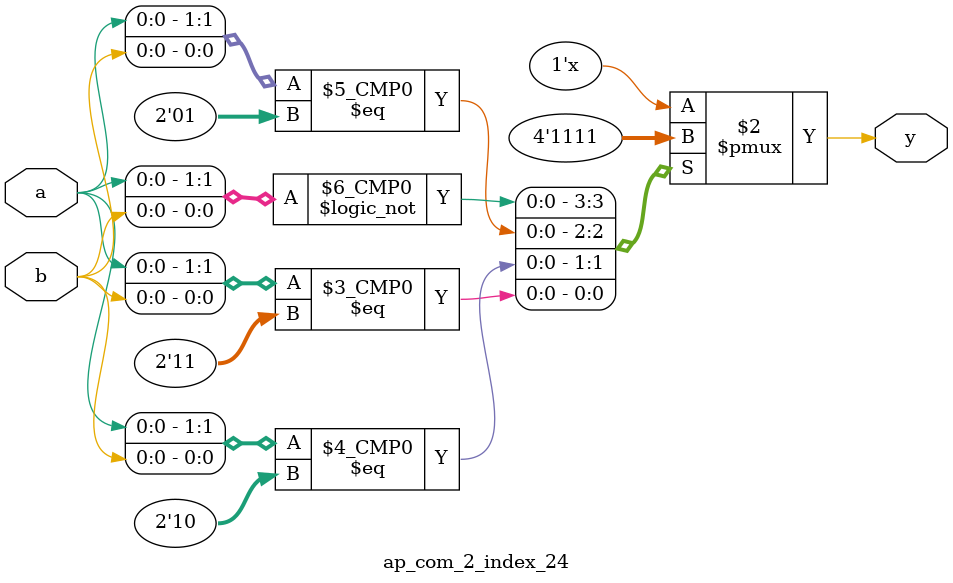
<source format=v>
module ap_com_4_index_0(
	input wire a,
	input wire b,
	input wire c,
	input wire d,
	output reg y
);

always @(*) begin
	case({a, b, c, d})
		4'b0000: y = 0;
		4'b0001: y = 0;
		4'b0010: y = 0;
		4'b0011: y = 0;
		4'b0100: y = 0;
		4'b0101: y = 1;
		4'b0110: y = 0;
		4'b0111: y = 1;
		4'b1000: y = 0;
		4'b1001: y = 0;
		4'b1010: y = 1;
		4'b1011: y = 0;
		4'b1100: y = 0;
		4'b1101: y = 0;
		4'b1110: y = 1;
		4'b1111: y = 0;
		default:;
	endcase
end

endmodule


module ap_com_4_index_1(
	input wire a,
	input wire b,
	input wire c,
	input wire d,
	output reg y
);

always @(*) begin
	case({a, b, c, d})
		4'b0000: y = 0;
		4'b0001: y = 1;
		4'b0010: y = 0;
		4'b0011: y = 1;
		4'b0100: y = 1;
		4'b0101: y = 0;
		4'b0110: y = 0;
		4'b0111: y = 0;
		4'b1000: y = 0;
		4'b1001: y = 1;
		4'b1010: y = 0;
		4'b1011: y = 1;
		4'b1100: y = 1;
		4'b1101: y = 1;
		4'b1110: y = 0;
		4'b1111: y = 1;
		default:;
	endcase
end

endmodule


module ap_com_2_index_2(
	input wire a,
	input wire b,
	output reg y
);

always @(*) begin
	case({a, b})
		2'b00: y = 1;
		2'b01: y = 1;
		2'b10: y = 1;
		2'b11: y = 1;
		default:;
	endcase
end

endmodule


module ap_com_3_index_3(
	input wire a,
	input wire b,
	input wire c,
	output reg y
);

always @(*) begin
	case({a, b, c})
		3'b000: y = 1;
		3'b001: y = 1;
		3'b010: y = 0;
		3'b011: y = 0;
		3'b100: y = 1;
		3'b101: y = 1;
		3'b110: y = 0;
		3'b111: y = 0;
		default:;
	endcase
end

endmodule


module ap_com_4_index_4(
	input wire a,
	input wire b,
	input wire c,
	input wire d,
	output reg y
);

always @(*) begin
	case({a, b, c, d})
		4'b0000: y = 0;
		4'b0001: y = 0;
		4'b0010: y = 0;
		4'b0011: y = 1;
		4'b0100: y = 0;
		4'b0101: y = 0;
		4'b0110: y = 0;
		4'b0111: y = 0;
		4'b1000: y = 1;
		4'b1001: y = 1;
		4'b1010: y = 1;
		4'b1011: y = 0;
		4'b1100: y = 0;
		4'b1101: y = 0;
		4'b1110: y = 0;
		4'b1111: y = 0;
		default:;
	endcase
end

endmodule


module ap_com_4_index_5(
	input wire a,
	input wire b,
	input wire c,
	input wire d,
	output reg y
);

always @(*) begin
	case({a, b, c, d})
		4'b0000: y = 1;
		4'b0001: y = 1;
		4'b0010: y = 1;
		4'b0011: y = 1;
		4'b0100: y = 1;
		4'b0101: y = 0;
		4'b0110: y = 0;
		4'b0111: y = 0;
		4'b1000: y = 1;
		4'b1001: y = 0;
		4'b1010: y = 1;
		4'b1011: y = 0;
		4'b1100: y = 0;
		4'b1101: y = 1;
		4'b1110: y = 0;
		4'b1111: y = 0;
		default:;
	endcase
end

endmodule


module ap_com_2_index_6(
	input wire a,
	input wire b,
	output reg y
);

always @(*) begin
	case({a, b})
		2'b00: y = 0;
		2'b01: y = 0;
		2'b10: y = 0;
		2'b11: y = 0;
		default:;
	endcase
end

endmodule


module ap_com_4_index_7(
	input wire a,
	input wire b,
	input wire c,
	input wire d,
	output reg y
);

always @(*) begin
	case({a, b, c, d})
		4'b0000: y = 0;
		4'b0001: y = 1;
		4'b0010: y = 0;
		4'b0011: y = 0;
		4'b0100: y = 1;
		4'b0101: y = 1;
		4'b0110: y = 1;
		4'b0111: y = 0;
		4'b1000: y = 0;
		4'b1001: y = 1;
		4'b1010: y = 0;
		4'b1011: y = 0;
		4'b1100: y = 1;
		4'b1101: y = 1;
		4'b1110: y = 0;
		4'b1111: y = 0;
		default:;
	endcase
end

endmodule


module ap_com_4_index_8(
	input wire a,
	input wire b,
	input wire c,
	input wire d,
	output reg y
);

always @(*) begin
	case({a, b, c, d})
		4'b0000: y = 0;
		4'b0001: y = 1;
		4'b0010: y = 1;
		4'b0011: y = 1;
		4'b0100: y = 0;
		4'b0101: y = 1;
		4'b0110: y = 1;
		4'b0111: y = 1;
		4'b1000: y = 0;
		4'b1001: y = 0;
		4'b1010: y = 0;
		4'b1011: y = 0;
		4'b1100: y = 0;
		4'b1101: y = 1;
		4'b1110: y = 1;
		4'b1111: y = 1;
		default:;
	endcase
end

endmodule


module ap_com_4_index_9(
	input wire a,
	input wire b,
	input wire c,
	input wire d,
	output reg y
);

always @(*) begin
	case({a, b, c, d})
		4'b0000: y = 1;
		4'b0001: y = 1;
		4'b0010: y = 1;
		4'b0011: y = 0;
		4'b0100: y = 0;
		4'b0101: y = 1;
		4'b0110: y = 1;
		4'b0111: y = 0;
		4'b1000: y = 0;
		4'b1001: y = 1;
		4'b1010: y = 1;
		4'b1011: y = 1;
		4'b1100: y = 0;
		4'b1101: y = 0;
		4'b1110: y = 1;
		4'b1111: y = 0;
		default:;
	endcase
end

endmodule


module ap_com_4_index_10(
	input wire a,
	input wire b,
	input wire c,
	input wire d,
	output reg y
);

always @(*) begin
	case({a, b, c, d})
		4'b0000: y = 1;
		4'b0001: y = 0;
		4'b0010: y = 1;
		4'b0011: y = 0;
		4'b0100: y = 1;
		4'b0101: y = 0;
		4'b0110: y = 1;
		4'b0111: y = 1;
		4'b1000: y = 1;
		4'b1001: y = 0;
		4'b1010: y = 1;
		4'b1011: y = 0;
		4'b1100: y = 1;
		4'b1101: y = 0;
		4'b1110: y = 1;
		4'b1111: y = 0;
		default:;
	endcase
end

endmodule


module ap_com_4_index_11(
	input wire a,
	input wire b,
	input wire c,
	input wire d,
	output reg y
);

always @(*) begin
	case({a, b, c, d})
		4'b0000: y = 1;
		4'b0001: y = 1;
		4'b0010: y = 1;
		4'b0011: y = 1;
		4'b0100: y = 1;
		4'b0101: y = 1;
		4'b0110: y = 1;
		4'b0111: y = 1;
		4'b1000: y = 1;
		4'b1001: y = 1;
		4'b1010: y = 0;
		4'b1011: y = 0;
		4'b1100: y = 0;
		4'b1101: y = 0;
		4'b1110: y = 0;
		4'b1111: y = 0;
		default:;
	endcase
end

endmodule


module ap_com_3_index_12(
	input wire a,
	input wire b,
	input wire c,
	output reg y
);

always @(*) begin
	case({a, b, c})
		3'b000: y = 0;
		3'b001: y = 1;
		3'b010: y = 1;
		3'b011: y = 0;
		3'b100: y = 0;
		3'b101: y = 1;
		3'b110: y = 1;
		3'b111: y = 0;
		default:;
	endcase
end

endmodule


module ap_com_4_index_13(
	input wire a,
	input wire b,
	input wire c,
	input wire d,
	output reg y
);

always @(*) begin
	case({a, b, c, d})
		4'b0000: y = 1;
		4'b0001: y = 0;
		4'b0010: y = 0;
		4'b0011: y = 1;
		4'b0100: y = 1;
		4'b0101: y = 1;
		4'b0110: y = 1;
		4'b0111: y = 0;
		4'b1000: y = 1;
		4'b1001: y = 1;
		4'b1010: y = 0;
		4'b1011: y = 1;
		4'b1100: y = 1;
		4'b1101: y = 1;
		4'b1110: y = 1;
		4'b1111: y = 1;
		default:;
	endcase
end

endmodule


module ap_com_2_index_14(
	input wire a,
	input wire b,
	output reg y
);

always @(*) begin
	case({a, b})
		2'b00: y = 1;
		2'b01: y = 1;
		2'b10: y = 1;
		2'b11: y = 1;
		default:;
	endcase
end

endmodule


module ap_com_4_index_15(
	input wire a,
	input wire b,
	input wire c,
	input wire d,
	output reg y
);

always @(*) begin
	case({a, b, c, d})
		4'b0000: y = 1;
		4'b0001: y = 1;
		4'b0010: y = 1;
		4'b0011: y = 0;
		4'b0100: y = 0;
		4'b0101: y = 0;
		4'b0110: y = 0;
		4'b0111: y = 0;
		4'b1000: y = 0;
		4'b1001: y = 0;
		4'b1010: y = 0;
		4'b1011: y = 1;
		4'b1100: y = 0;
		4'b1101: y = 1;
		4'b1110: y = 1;
		4'b1111: y = 0;
		default:;
	endcase
end

endmodule


module ap_com_4_index_16(
	input wire a,
	input wire b,
	input wire c,
	input wire d,
	output reg y
);

always @(*) begin
	case({a, b, c, d})
		4'b0000: y = 0;
		4'b0001: y = 0;
		4'b0010: y = 1;
		4'b0011: y = 0;
		4'b0100: y = 0;
		4'b0101: y = 0;
		4'b0110: y = 0;
		4'b0111: y = 0;
		4'b1000: y = 0;
		4'b1001: y = 1;
		4'b1010: y = 0;
		4'b1011: y = 1;
		4'b1100: y = 0;
		4'b1101: y = 1;
		4'b1110: y = 0;
		4'b1111: y = 0;
		default:;
	endcase
end

endmodule


module ap_com_3_index_17(
	input wire a,
	input wire b,
	input wire c,
	output reg y
);

always @(*) begin
	case({a, b, c})
		3'b000: y = 1;
		3'b001: y = 1;
		3'b010: y = 1;
		3'b011: y = 1;
		3'b100: y = 0;
		3'b101: y = 0;
		3'b110: y = 0;
		3'b111: y = 0;
		default:;
	endcase
end

endmodule


module ap_com_2_index_18(
	input wire a,
	input wire b,
	output reg y
);

always @(*) begin
	case({a, b})
		2'b00: y = 1;
		2'b01: y = 1;
		2'b10: y = 1;
		2'b11: y = 1;
		default:;
	endcase
end

endmodule


module ap_com_3_index_19(
	input wire a,
	input wire b,
	input wire c,
	output reg y
);

always @(*) begin
	case({a, b, c})
		3'b000: y = 0;
		3'b001: y = 0;
		3'b010: y = 0;
		3'b011: y = 0;
		3'b100: y = 1;
		3'b101: y = 1;
		3'b110: y = 1;
		3'b111: y = 1;
		default:;
	endcase
end

endmodule


module ap_com_3_index_20(
	input wire a,
	input wire b,
	input wire c,
	output reg y
);

always @(*) begin
	case({a, b, c})
		3'b000: y = 1;
		3'b001: y = 0;
		3'b010: y = 1;
		3'b011: y = 0;
		3'b100: y = 1;
		3'b101: y = 1;
		3'b110: y = 1;
		3'b111: y = 1;
		default:;
	endcase
end

endmodule


module ap_com_2_index_21(
	input wire a,
	input wire b,
	output reg y
);

always @(*) begin
	case({a, b})
		2'b00: y = 1;
		2'b01: y = 1;
		2'b10: y = 1;
		2'b11: y = 0;
		default:;
	endcase
end

endmodule


module ap_com_2_index_22(
	input wire a,
	input wire b,
	output reg y
);

always @(*) begin
	case({a, b})
		2'b00: y = 0;
		2'b01: y = 0;
		2'b10: y = 0;
		2'b11: y = 0;
		default:;
	endcase
end

endmodule


module ap_com_2_index_23(
	input wire a,
	input wire b,
	output reg y
);

always @(*) begin
	case({a, b})
		2'b00: y = 1;
		2'b01: y = 1;
		2'b10: y = 1;
		2'b11: y = 1;
		default:;
	endcase
end

endmodule


module ap_com_2_index_24(
	input wire a,
	input wire b,
	output reg y
);

always @(*) begin
	case({a, b})
		2'b00: y = 1;
		2'b01: y = 1;
		2'b10: y = 1;
		2'b11: y = 1;
		default:;
	endcase
end

endmodule



</source>
